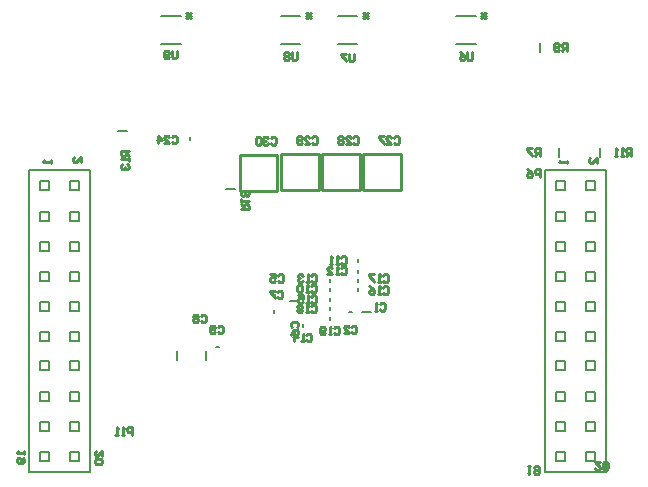
<source format=gbo>
G04*
G04 #@! TF.GenerationSoftware,Altium Limited,Altium Designer,19.0.10 (269)*
G04*
G04 Layer_Color=32896*
%FSLAX25Y25*%
%MOIN*%
G70*
G01*
G75*
%ADD10C,0.01000*%
%ADD11C,0.00709*%
%ADD13C,0.00600*%
%ADD14C,0.00787*%
D10*
X122650Y108475D02*
X135150D01*
X122650Y96475D02*
Y108475D01*
Y96475D02*
X135150D01*
Y108475D01*
X108983D02*
X121483D01*
X108983Y96475D02*
Y108475D01*
Y96475D02*
X121483D01*
Y108475D01*
X81500Y108299D02*
X94000D01*
X81500Y96299D02*
Y108299D01*
Y96299D02*
X94000D01*
Y108299D01*
X95316Y108475D02*
X107816D01*
X95316Y96475D02*
Y108475D01*
Y96475D02*
X107816D01*
Y108475D01*
X28500Y105834D02*
Y107500D01*
X26834Y105834D01*
X26417D01*
X26001Y106250D01*
Y107083D01*
X26417Y107500D01*
X18500Y106500D02*
Y105667D01*
Y106084D01*
X16001D01*
X16417Y106500D01*
X9780Y9500D02*
Y8667D01*
Y9083D01*
X7280D01*
X7697Y9500D01*
X9363Y7417D02*
X9780Y7001D01*
Y6168D01*
X9363Y5751D01*
X7697D01*
X7280Y6168D01*
Y7001D01*
X7697Y7417D01*
X8113D01*
X8530Y7001D01*
Y5751D01*
X35780Y7834D02*
Y9500D01*
X34113Y7834D01*
X33697D01*
X33280Y8250D01*
Y9083D01*
X33697Y9500D01*
Y7001D02*
X33280Y6584D01*
Y5751D01*
X33697Y5335D01*
X35363D01*
X35780Y5751D01*
Y6584D01*
X35363Y7001D01*
X33697D01*
X163725Y155512D02*
X162059Y153845D01*
X163725D02*
X162059Y155512D01*
X163725Y154678D02*
X162059D01*
X162892Y153845D02*
Y155512D01*
X124225D02*
X122559Y153845D01*
X124225D02*
X122559Y155512D01*
X124225Y154678D02*
X122559D01*
X123392Y153845D02*
Y155512D01*
X105200Y155542D02*
X103534Y153876D01*
X105200D02*
X103534Y155542D01*
X105200Y154709D02*
X103534D01*
X104367Y153876D02*
Y155542D01*
X65250D02*
X63584Y153876D01*
X65250D02*
X63584Y155542D01*
X65250Y154709D02*
X63584D01*
X64417Y153876D02*
Y155542D01*
X200500Y105725D02*
Y107391D01*
X198834Y105725D01*
X198417D01*
X198001Y106142D01*
Y106975D01*
X198417Y107391D01*
X190500Y106391D02*
Y105558D01*
Y105975D01*
X188001D01*
X188417Y106391D01*
X177500Y4500D02*
X178333D01*
X177917D01*
Y2001D01*
X177500Y2417D01*
X179583Y4084D02*
X179999Y4500D01*
X180832D01*
X181249Y4084D01*
Y2417D01*
X180832Y2001D01*
X179999D01*
X179583Y2417D01*
Y2834D01*
X179999Y3250D01*
X181249D01*
X201666Y5891D02*
X200000D01*
X201666Y4225D01*
Y3809D01*
X201250Y3392D01*
X200416D01*
X200000Y3809D01*
X202499D02*
X202916Y3392D01*
X203749D01*
X204165Y3809D01*
Y5475D01*
X203749Y5891D01*
X202916D01*
X202499Y5475D01*
Y3809D01*
X45500Y15000D02*
Y17499D01*
X44250D01*
X43834Y17083D01*
Y16250D01*
X44250Y15833D01*
X45500D01*
X43001Y15000D02*
X42168D01*
X42584D01*
Y17499D01*
X43001Y17083D01*
X40918Y15000D02*
X40085D01*
X40502D01*
Y17499D01*
X40918Y17083D01*
X119500Y141999D02*
Y139917D01*
X119083Y139500D01*
X118250D01*
X117834Y139917D01*
Y141999D01*
X117001D02*
X115335D01*
Y141583D01*
X117001Y139917D01*
Y139500D01*
X60500Y142999D02*
Y140917D01*
X60084Y140500D01*
X59250D01*
X58834Y140917D01*
Y142999D01*
X58001Y140917D02*
X57584Y140500D01*
X56751D01*
X56335Y140917D01*
Y142583D01*
X56751Y142999D01*
X57584D01*
X58001Y142583D01*
Y142166D01*
X57584Y141750D01*
X56335D01*
X100500Y142499D02*
Y140417D01*
X100083Y140000D01*
X99250D01*
X98834Y140417D01*
Y142499D01*
X98001Y142083D02*
X97584Y142499D01*
X96751D01*
X96335Y142083D01*
Y141666D01*
X96751Y141250D01*
X96335Y140833D01*
Y140417D01*
X96751Y140000D01*
X97584D01*
X98001Y140417D01*
Y140833D01*
X97584Y141250D01*
X98001Y141666D01*
Y142083D01*
X97584Y141250D02*
X96751D01*
X159000Y142499D02*
Y140417D01*
X158583Y140000D01*
X157750D01*
X157334Y140417D01*
Y142499D01*
X154835D02*
X155668Y142083D01*
X156501Y141250D01*
Y140417D01*
X156084Y140000D01*
X155251D01*
X154835Y140417D01*
Y140833D01*
X155251Y141250D01*
X156501D01*
X82000Y90213D02*
X84499D01*
Y91462D01*
X84083Y91879D01*
X83250D01*
X82833Y91462D01*
Y90213D01*
Y91046D02*
X82000Y91879D01*
Y92712D02*
Y93545D01*
Y93128D01*
X84499D01*
X84083Y92712D01*
Y94794D02*
X84499Y95211D01*
Y96044D01*
X84083Y96461D01*
X83666D01*
X83250Y96044D01*
X82833Y96461D01*
X82416D01*
X82000Y96044D01*
Y95211D01*
X82416Y94794D01*
X82833D01*
X83250Y95211D01*
X83666Y94794D01*
X84083D01*
X83250Y95211D02*
Y96044D01*
X44500Y109744D02*
X42001D01*
Y108494D01*
X42417Y108078D01*
X43250D01*
X43667Y108494D01*
Y109744D01*
Y108911D02*
X44500Y108078D01*
Y107245D02*
Y106412D01*
Y106828D01*
X42001D01*
X42417Y107245D01*
Y105162D02*
X42001Y104746D01*
Y103913D01*
X42417Y103496D01*
X42834D01*
X43250Y103913D01*
Y104329D01*
Y103913D01*
X43667Y103496D01*
X44083D01*
X44500Y103913D01*
Y104746D01*
X44083Y105162D01*
X212000Y108000D02*
Y110499D01*
X210750D01*
X210334Y110083D01*
Y109250D01*
X210750Y108833D01*
X212000D01*
X211167D02*
X210334Y108000D01*
X209501D02*
X208668D01*
X209084D01*
Y110499D01*
X209501Y110083D01*
X207418Y108000D02*
X206585D01*
X207002D01*
Y110499D01*
X207418Y110083D01*
X190532Y143000D02*
Y145499D01*
X189282D01*
X188865Y145083D01*
Y144250D01*
X189282Y143833D01*
X190532D01*
X189698D02*
X188865Y143000D01*
X188032Y143417D02*
X187616Y143000D01*
X186783D01*
X186366Y143417D01*
Y145083D01*
X186783Y145499D01*
X187616D01*
X188032Y145083D01*
Y144666D01*
X187616Y144250D01*
X186366D01*
X181500Y108000D02*
Y110499D01*
X180250D01*
X179834Y110083D01*
Y109250D01*
X180250Y108833D01*
X181500D01*
X180667D02*
X179834Y108000D01*
X179001Y110499D02*
X177335D01*
Y110083D01*
X179001Y108416D01*
Y108000D01*
X181500Y101000D02*
Y103499D01*
X180250D01*
X179834Y103083D01*
Y102250D01*
X180250Y101833D01*
X181500D01*
X177335Y103499D02*
X178168Y103083D01*
X179001Y102250D01*
Y101417D01*
X178584Y101000D01*
X177751D01*
X177335Y101417D01*
Y101833D01*
X177751Y102250D01*
X179001D01*
X91834Y113883D02*
X92250Y114299D01*
X93084D01*
X93500Y113883D01*
Y112216D01*
X93084Y111800D01*
X92250D01*
X91834Y112216D01*
X91001Y113883D02*
X90584Y114299D01*
X89751D01*
X89335Y113883D01*
Y113466D01*
X89751Y113050D01*
X90168D01*
X89751D01*
X89335Y112633D01*
Y112216D01*
X89751Y111800D01*
X90584D01*
X91001Y112216D01*
X88502Y113883D02*
X88085Y114299D01*
X87252D01*
X86835Y113883D01*
Y112216D01*
X87252Y111800D01*
X88085D01*
X88502Y112216D01*
Y113883D01*
X105634Y114083D02*
X106050Y114499D01*
X106884D01*
X107300Y114083D01*
Y112417D01*
X106884Y112000D01*
X106050D01*
X105634Y112417D01*
X103135Y112000D02*
X104801D01*
X103135Y113666D01*
Y114083D01*
X103551Y114499D01*
X104384D01*
X104801Y114083D01*
X102302Y112417D02*
X101885Y112000D01*
X101052D01*
X100636Y112417D01*
Y114083D01*
X101052Y114499D01*
X101885D01*
X102302Y114083D01*
Y113666D01*
X101885Y113250D01*
X100636D01*
X119334Y114083D02*
X119750Y114499D01*
X120583D01*
X121000Y114083D01*
Y112417D01*
X120583Y112000D01*
X119750D01*
X119334Y112417D01*
X116835Y112000D02*
X118501D01*
X116835Y113666D01*
Y114083D01*
X117251Y114499D01*
X118084D01*
X118501Y114083D01*
X116002D02*
X115585Y114499D01*
X114752D01*
X114336Y114083D01*
Y113666D01*
X114752Y113250D01*
X114336Y112833D01*
Y112417D01*
X114752Y112000D01*
X115585D01*
X116002Y112417D01*
Y112833D01*
X115585Y113250D01*
X116002Y113666D01*
Y114083D01*
X115585Y113250D02*
X114752D01*
X132934Y114083D02*
X133350Y114499D01*
X134184D01*
X134600Y114083D01*
Y112417D01*
X134184Y112000D01*
X133350D01*
X132934Y112417D01*
X130435Y112000D02*
X132101D01*
X130435Y113666D01*
Y114083D01*
X130851Y114499D01*
X131684D01*
X132101Y114083D01*
X129602Y114499D02*
X127936D01*
Y114083D01*
X129602Y112417D01*
Y112000D01*
X58834Y114284D02*
X59250Y114700D01*
X60084D01*
X60500Y114284D01*
Y112617D01*
X60084Y112201D01*
X59250D01*
X58834Y112617D01*
X56335Y112201D02*
X58001D01*
X56335Y113867D01*
Y114284D01*
X56751Y114700D01*
X57584D01*
X58001Y114284D01*
X54252Y112201D02*
Y114700D01*
X55502Y113450D01*
X53835D01*
X112897Y50584D02*
X113313Y51001D01*
X114146D01*
X114563Y50584D01*
Y48918D01*
X114146Y48502D01*
X113313D01*
X112897Y48918D01*
X112064Y48502D02*
X111231D01*
X111647D01*
Y51001D01*
X112064Y50584D01*
X109981Y48918D02*
X109565Y48502D01*
X108731D01*
X108315Y48918D01*
Y50584D01*
X108731Y51001D01*
X109565D01*
X109981Y50584D01*
Y50168D01*
X109565Y49751D01*
X108315D01*
X105365Y57888D02*
X105782Y58304D01*
X106615D01*
X107032Y57888D01*
Y56221D01*
X106615Y55805D01*
X105782D01*
X105365Y56221D01*
X104532Y55805D02*
X103699D01*
X104116D01*
Y58304D01*
X104532Y57888D01*
X102450D02*
X102033Y58304D01*
X101200D01*
X100784Y57888D01*
Y57471D01*
X101200Y57054D01*
X100784Y56638D01*
Y56221D01*
X101200Y55805D01*
X102033D01*
X102450Y56221D01*
Y56638D01*
X102033Y57054D01*
X102450Y57471D01*
Y57888D01*
X102033Y57054D02*
X101200D01*
X129334Y68083D02*
X129750Y68499D01*
X130584D01*
X131000Y68083D01*
Y66417D01*
X130584Y66000D01*
X129750D01*
X129334Y66417D01*
X128501Y66000D02*
X127668D01*
X128084D01*
Y68499D01*
X128501Y68083D01*
X126418Y68499D02*
X124752D01*
Y68083D01*
X126418Y66417D01*
Y66000D01*
X129334Y64083D02*
X129750Y64499D01*
X130584D01*
X131000Y64083D01*
Y62416D01*
X130584Y62000D01*
X129750D01*
X129334Y62416D01*
X128501Y62000D02*
X127668D01*
X128084D01*
Y64499D01*
X128501Y64083D01*
X124752Y64499D02*
X125585Y64083D01*
X126418Y63250D01*
Y62416D01*
X126002Y62000D01*
X125169D01*
X124752Y62416D01*
Y62833D01*
X125169Y63250D01*
X126418D01*
X105397Y61084D02*
X105814Y61501D01*
X106647D01*
X107063Y61084D01*
Y59418D01*
X106647Y59002D01*
X105814D01*
X105397Y59418D01*
X104564Y59002D02*
X103731D01*
X104148D01*
Y61501D01*
X104564Y61084D01*
X100815Y61501D02*
X102481D01*
Y60251D01*
X101648Y60668D01*
X101232D01*
X100815Y60251D01*
Y59418D01*
X101232Y59002D01*
X102065D01*
X102481Y59418D01*
X103771Y48333D02*
X104187Y48749D01*
X105020D01*
X105437Y48333D01*
Y46666D01*
X105020Y46250D01*
X104187D01*
X103771Y46666D01*
X102938Y46250D02*
X102105D01*
X102521D01*
Y48749D01*
X102938Y48333D01*
X99606Y46250D02*
Y48749D01*
X100855Y47500D01*
X99189D01*
X105397Y68083D02*
X105814Y68499D01*
X106647D01*
X107063Y68083D01*
Y66417D01*
X106647Y66000D01*
X105814D01*
X105397Y66417D01*
X104564Y66000D02*
X103731D01*
X104148D01*
Y68499D01*
X104564Y68083D01*
X102481D02*
X102065Y68499D01*
X101232D01*
X100815Y68083D01*
Y67666D01*
X101232Y67250D01*
X101648D01*
X101232D01*
X100815Y66833D01*
Y66417D01*
X101232Y66000D01*
X102065D01*
X102481Y66417D01*
X115365Y70583D02*
X115782Y70999D01*
X116615D01*
X117031Y70583D01*
Y68916D01*
X116615Y68500D01*
X115782D01*
X115365Y68916D01*
X114532Y68500D02*
X113699D01*
X114116D01*
Y70999D01*
X114532Y70583D01*
X110783Y68500D02*
X112450D01*
X110783Y70166D01*
Y70583D01*
X111200Y70999D01*
X112033D01*
X112450Y70583D01*
X115365Y74083D02*
X115782Y74499D01*
X116615D01*
X117031Y74083D01*
Y72417D01*
X116615Y72000D01*
X115782D01*
X115365Y72417D01*
X114532Y72000D02*
X113699D01*
X114116D01*
Y74499D01*
X114532Y74083D01*
X112450Y72000D02*
X111617D01*
X112033D01*
Y74499D01*
X112450Y74083D01*
X105334Y64583D02*
X105750Y64999D01*
X106583D01*
X107000Y64583D01*
Y62916D01*
X106583Y62500D01*
X105750D01*
X105334Y62916D01*
X104501Y62500D02*
X103668D01*
X104084D01*
Y64999D01*
X104501Y64583D01*
X102418D02*
X102002Y64999D01*
X101169D01*
X100752Y64583D01*
Y62916D01*
X101169Y62500D01*
X102002D01*
X102418Y62916D01*
Y64583D01*
X74184Y51008D02*
X74601Y51424D01*
X75434D01*
X75850Y51008D01*
Y49342D01*
X75434Y48925D01*
X74601D01*
X74184Y49342D01*
X73351D02*
X72935Y48925D01*
X72102D01*
X71685Y49342D01*
Y51008D01*
X72102Y51424D01*
X72935D01*
X73351Y51008D01*
Y50591D01*
X72935Y50175D01*
X71685D01*
X68534Y54683D02*
X68950Y55099D01*
X69784D01*
X70200Y54683D01*
Y53017D01*
X69784Y52600D01*
X68950D01*
X68534Y53017D01*
X67701Y54683D02*
X67284Y55099D01*
X66451D01*
X66035Y54683D01*
Y54266D01*
X66451Y53850D01*
X66035Y53433D01*
Y53017D01*
X66451Y52600D01*
X67284D01*
X67701Y53017D01*
Y53433D01*
X67284Y53850D01*
X67701Y54266D01*
Y54683D01*
X67284Y53850D02*
X66451D01*
X94134Y62683D02*
X94550Y63099D01*
X95384D01*
X95800Y62683D01*
Y61016D01*
X95384Y60600D01*
X94550D01*
X94134Y61016D01*
X93301Y63099D02*
X91635D01*
Y62683D01*
X93301Y61016D01*
Y60600D01*
X98949Y50836D02*
X98532Y51252D01*
Y52085D01*
X98949Y52502D01*
X100615D01*
X101032Y52085D01*
Y51252D01*
X100615Y50836D01*
X98532Y48336D02*
X98949Y49169D01*
X99782Y50002D01*
X100615D01*
X101032Y49586D01*
Y48753D01*
X100615Y48336D01*
X100198D01*
X99782Y48753D01*
Y50002D01*
X94234Y68083D02*
X94650Y68499D01*
X95483D01*
X95900Y68083D01*
Y66417D01*
X95483Y66000D01*
X94650D01*
X94234Y66417D01*
X91735Y68499D02*
X93401D01*
Y67250D01*
X92568Y67666D01*
X92151D01*
X91735Y67250D01*
Y66417D01*
X92151Y66000D01*
X92984D01*
X93401Y66417D01*
X118739Y50919D02*
X119155Y51335D01*
X119988D01*
X120405Y50919D01*
Y49253D01*
X119988Y48836D01*
X119155D01*
X118739Y49253D01*
X116240Y48836D02*
X117906D01*
X116240Y50502D01*
Y50919D01*
X116656Y51335D01*
X117489D01*
X117906Y50919D01*
X128137Y58494D02*
X128554Y58910D01*
X129387D01*
X129803Y58494D01*
Y56828D01*
X129387Y56411D01*
X128554D01*
X128137Y56828D01*
X127304Y56411D02*
X126471D01*
X126888D01*
Y58910D01*
X127304Y58494D01*
D11*
X76926Y97001D02*
X79926D01*
X40926Y116245D02*
X43926D01*
X201501Y107574D02*
Y110574D01*
X188001Y107574D02*
Y110574D01*
X181532Y142574D02*
Y145574D01*
X73501Y44425D02*
X74485Y44426D01*
X118001Y55836D02*
X118985Y55837D01*
X93031Y56487D02*
X93031Y55502D01*
X122229Y56002D02*
X125229D01*
X111563Y63987D02*
X111563Y63002D01*
X121031Y73517D02*
X121031Y72532D01*
X121031Y69985D02*
X121031Y69001D01*
X121031Y63985D02*
X121031Y63001D01*
X111564Y60501D02*
X111564Y59516D01*
X121031Y66985D02*
X121031Y66001D01*
X64999Y114186D02*
X65000Y113201D01*
X111562Y66985D02*
X111563Y66001D01*
X111562Y54237D02*
X111563Y53252D01*
X111562Y57487D02*
X111563Y56502D01*
X102468Y51985D02*
X102468Y51001D01*
X98458Y59502D02*
X101458D01*
X93180Y61956D02*
X93181Y60971D01*
D13*
X153700Y145220D02*
X160300D01*
X153700Y154720D02*
X160300D01*
X114200Y145220D02*
X120800D01*
X114200Y154720D02*
X120800D01*
X95175Y145250D02*
X101775D01*
X95175Y154750D02*
X101775D01*
X55225Y145250D02*
X61825D01*
X55225Y154750D02*
X61825D01*
D14*
X25118Y86382D02*
Y89382D01*
Y86382D02*
X28118D01*
Y89382D01*
X25118D02*
X28118D01*
X14882Y86382D02*
Y89382D01*
Y86382D02*
X17882D01*
Y89382D01*
X14882D02*
X17882D01*
X25118Y96618D02*
Y99618D01*
Y96618D02*
X28118D01*
Y99618D01*
X25118D02*
X28118D01*
X14882Y96618D02*
Y99618D01*
Y96618D02*
X17882D01*
Y99618D01*
X14882D02*
X17882D01*
X11264Y103276D02*
X31736D01*
X14882Y79382D02*
X17882D01*
Y76382D02*
Y79382D01*
X14882Y76382D02*
X17882D01*
X14882D02*
Y79382D01*
X25118D02*
X28118D01*
Y76382D02*
Y79382D01*
X25118Y76382D02*
X28118D01*
X25118D02*
Y79382D01*
Y66382D02*
Y69382D01*
Y66382D02*
X28118D01*
Y69382D01*
X25118D02*
X28118D01*
X14882Y66382D02*
Y69382D01*
Y66382D02*
X17882D01*
Y69382D01*
X14882D02*
X17882D01*
X25118Y56382D02*
Y59382D01*
Y56382D02*
X28118D01*
Y59382D01*
X25118D02*
X28118D01*
X14882Y56382D02*
Y59382D01*
Y56382D02*
X17882D01*
Y59382D01*
X14882D02*
X17882D01*
X25118Y46382D02*
Y49382D01*
Y46382D02*
X28118D01*
Y49382D01*
X25118D02*
X28118D01*
X14882Y46382D02*
Y49382D01*
Y46382D02*
X17882D01*
Y49382D01*
X14882D02*
X17882D01*
X14882Y9382D02*
X17882D01*
Y6382D02*
Y9382D01*
X14882Y6382D02*
X17882D01*
X14882D02*
Y9382D01*
X25118D02*
X28118D01*
Y6382D02*
Y9382D01*
X25118Y6382D02*
X28118D01*
X25118D02*
Y9382D01*
Y16382D02*
Y19382D01*
Y16382D02*
X28118D01*
Y19382D01*
X25118D02*
X28118D01*
X14882Y16382D02*
Y19382D01*
Y16382D02*
X17882D01*
Y19382D01*
X14882D02*
X17882D01*
X14882Y39618D02*
X17882D01*
Y36618D02*
Y39618D01*
X14882Y36618D02*
X17882D01*
X14882D02*
Y39618D01*
X25118D02*
X28118D01*
Y36618D02*
Y39618D01*
X25118Y36618D02*
X28118D01*
X25118D02*
Y39618D01*
X14882Y29382D02*
X17882D01*
Y26382D02*
Y29382D01*
X14882Y26382D02*
X17882D01*
X14882D02*
Y29382D01*
X25118D02*
X28118D01*
Y26382D02*
Y29382D01*
X25118Y26382D02*
X28118D01*
X25118D02*
Y29382D01*
X11264Y2764D02*
X31736D01*
X11264D02*
Y103276D01*
X31736Y2764D02*
Y103276D01*
X60776Y39925D02*
Y43075D01*
X70224Y39925D02*
Y43075D01*
X197118Y86273D02*
Y89273D01*
Y86273D02*
X200118D01*
Y89273D01*
X197118D02*
X200118D01*
X186882Y86273D02*
Y89273D01*
Y86273D02*
X189882D01*
Y89273D01*
X186882D02*
X189882D01*
X197118Y96509D02*
Y99509D01*
Y96509D02*
X200118D01*
Y99509D01*
X197118D02*
X200118D01*
X186882Y96509D02*
Y99509D01*
Y96509D02*
X189882D01*
Y99509D01*
X186882D02*
X189882D01*
X183264Y103167D02*
X203736D01*
X186882Y79273D02*
X189882D01*
Y76273D02*
Y79273D01*
X186882Y76273D02*
X189882D01*
X186882D02*
Y79273D01*
X197118D02*
X200118D01*
Y76273D02*
Y79273D01*
X197118Y76273D02*
X200118D01*
X197118D02*
Y79273D01*
Y66273D02*
Y69273D01*
Y66273D02*
X200118D01*
Y69273D01*
X197118D02*
X200118D01*
X186882Y66273D02*
Y69273D01*
Y66273D02*
X189882D01*
Y69273D01*
X186882D02*
X189882D01*
X197118Y56273D02*
Y59273D01*
Y56273D02*
X200118D01*
Y59273D01*
X197118D02*
X200118D01*
X186882Y56273D02*
Y59273D01*
Y56273D02*
X189882D01*
Y59273D01*
X186882D02*
X189882D01*
X197118Y46273D02*
Y49273D01*
Y46273D02*
X200118D01*
Y49273D01*
X197118D02*
X200118D01*
X186882Y46273D02*
Y49273D01*
Y46273D02*
X189882D01*
Y49273D01*
X186882D02*
X189882D01*
X186882Y9273D02*
X189882D01*
Y6273D02*
Y9273D01*
X186882Y6273D02*
X189882D01*
X186882D02*
Y9273D01*
X197118D02*
X200118D01*
Y6273D02*
Y9273D01*
X197118Y6273D02*
X200118D01*
X197118D02*
Y9273D01*
Y16273D02*
Y19273D01*
Y16273D02*
X200118D01*
Y19273D01*
X197118D02*
X200118D01*
X186882Y16273D02*
Y19273D01*
Y16273D02*
X189882D01*
Y19273D01*
X186882D02*
X189882D01*
X186882Y39509D02*
X189882D01*
Y36509D02*
Y39509D01*
X186882Y36509D02*
X189882D01*
X186882D02*
Y39509D01*
X197118D02*
X200118D01*
Y36509D02*
Y39509D01*
X197118Y36509D02*
X200118D01*
X197118D02*
Y39509D01*
X186882Y29273D02*
X189882D01*
Y26273D02*
Y29273D01*
X186882Y26273D02*
X189882D01*
X186882D02*
Y29273D01*
X197118D02*
X200118D01*
Y26273D02*
Y29273D01*
X197118Y26273D02*
X200118D01*
X197118D02*
Y29273D01*
X183264Y2655D02*
X203736D01*
X183264D02*
Y103167D01*
X203736Y2655D02*
Y103167D01*
M02*

</source>
